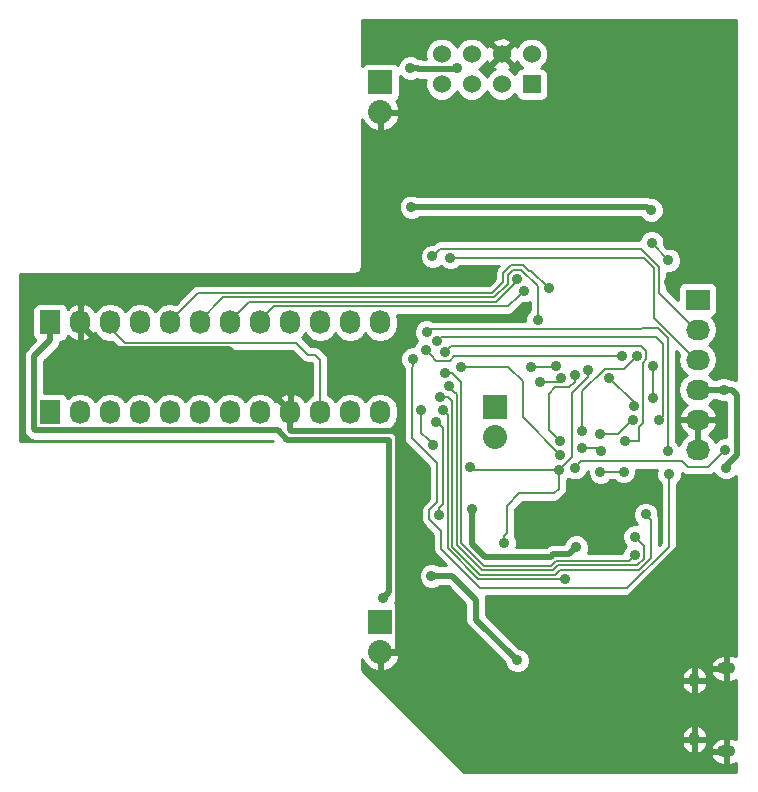
<source format=gbl>
G04 #@! TF.FileFunction,Copper,L2,Bot,Signal*
%FSLAX46Y46*%
G04 Gerber Fmt 4.6, Leading zero omitted, Abs format (unit mm)*
G04 Created by KiCad (PCBNEW (2014-12-16 BZR 5324)-product) date Monday, 27 April 2015 11:22:56 am*
%MOMM*%
G01*
G04 APERTURE LIST*
%ADD10C,0.100000*%
%ADD11R,1.727200X2.032000*%
%ADD12O,1.727200X2.032000*%
%ADD13R,2.032000X2.032000*%
%ADD14O,2.032000X2.032000*%
%ADD15R,2.032000X1.727200*%
%ADD16O,2.032000X1.727200*%
%ADD17O,0.950000X1.250000*%
%ADD18O,1.550000X1.000000*%
%ADD19R,1.524000X1.524000*%
%ADD20C,1.524000*%
%ADD21C,0.889000*%
%ADD22C,0.500000*%
%ADD23C,0.127000*%
%ADD24C,0.254000*%
G04 APERTURE END LIST*
D10*
D11*
X81280000Y-81280000D03*
D12*
X83820000Y-81280000D03*
X86360000Y-81280000D03*
X88900000Y-81280000D03*
X91440000Y-81280000D03*
X93980000Y-81280000D03*
X96520000Y-81280000D03*
X99060000Y-81280000D03*
X101600000Y-81280000D03*
X104140000Y-81280000D03*
X106680000Y-81280000D03*
X109220000Y-81280000D03*
D13*
X118922800Y-88442800D03*
D14*
X118922800Y-90982800D03*
D15*
X136093200Y-79349600D03*
D16*
X136093200Y-81889600D03*
X136093200Y-84429600D03*
X136093200Y-86969600D03*
X136093200Y-89509600D03*
X136093200Y-92049600D03*
D11*
X81280000Y-88900000D03*
D12*
X83820000Y-88900000D03*
X86360000Y-88900000D03*
X88900000Y-88900000D03*
X91440000Y-88900000D03*
X93980000Y-88900000D03*
X96520000Y-88900000D03*
X99060000Y-88900000D03*
X101600000Y-88900000D03*
X104140000Y-88900000D03*
X106680000Y-88900000D03*
X109220000Y-88900000D03*
D13*
X109220000Y-60960000D03*
D14*
X109220000Y-63500000D03*
D13*
X109220000Y-106680000D03*
D14*
X109220000Y-109220000D03*
D17*
X135826500Y-116579500D03*
X135826500Y-111579500D03*
D18*
X138526500Y-117579500D03*
X138526500Y-110579500D03*
D19*
X122045000Y-61105000D03*
D20*
X119505000Y-61105000D03*
X116965000Y-61105000D03*
X114425000Y-61105000D03*
X122045000Y-58565000D03*
X119505000Y-58565000D03*
X116965000Y-58565000D03*
X114425000Y-58565000D03*
D21*
X137223500Y-96291400D03*
X137223500Y-96291400D03*
X137985500Y-70345300D03*
X133642100Y-77876400D03*
X119862334Y-70364000D03*
X120954800Y-97332800D03*
X120954800Y-99009200D03*
X120954800Y-99009200D03*
X128066800Y-104851200D03*
X120954800Y-104800400D03*
X120954800Y-104800400D03*
X137490528Y-76072672D03*
X133629400Y-76022200D03*
X132207000Y-74574400D03*
X132207000Y-74574400D03*
X132207000Y-74574400D03*
X116855240Y-93487240D03*
X116855240Y-93487240D03*
X126796800Y-85293200D03*
X124358400Y-93776800D03*
X119710200Y-99957710D03*
X115750000Y-59750000D03*
X111750000Y-59750000D03*
X114512267Y-88715876D03*
X124841000Y-103022380D03*
X120807829Y-77571620D03*
X122732820Y-86353202D03*
X124563988Y-86023397D03*
X128600200Y-85958680D03*
X128600200Y-85958680D03*
X130698240Y-88376760D03*
X113093500Y-83629500D03*
X129667000Y-84137500D03*
X121411980Y-78587620D03*
X123494800Y-78384400D03*
X125679200Y-85699600D03*
X124409200Y-91338400D03*
X122580400Y-81076800D03*
X121970800Y-85090000D03*
X124131050Y-84965550D03*
X131699000Y-97536000D03*
X114314270Y-87590144D03*
X130810000Y-99441000D03*
X115033585Y-86701852D03*
X130810000Y-100965000D03*
X114709180Y-85605842D03*
X112014000Y-84378800D03*
X133654800Y-94132400D03*
X133553190Y-92176600D03*
X113151141Y-82105479D03*
X132791180Y-89573100D03*
X114070082Y-82836224D03*
X129950208Y-91351100D03*
X114748023Y-83756480D03*
X138496040Y-93568520D03*
X138496040Y-93568520D03*
X138496040Y-93568520D03*
X138496040Y-93568520D03*
X132156200Y-71780400D03*
X111861600Y-71533494D03*
X116967000Y-97104200D03*
X125806200Y-100304600D03*
X138287698Y-86969600D03*
X132344160Y-84968080D03*
X132349240Y-87685880D03*
X130596640Y-89555320D03*
X130596640Y-89555320D03*
X127807720Y-90744040D03*
X109448600Y-104648000D03*
X113563400Y-102743000D03*
X120827800Y-109905800D03*
X130937000Y-84112100D03*
X130937000Y-84112100D03*
X130937000Y-84112100D03*
X130937000Y-84112100D03*
X130937000Y-84112100D03*
X126326900Y-90512900D03*
X126326900Y-90512900D03*
X126326900Y-90512900D03*
X113639600Y-75692000D03*
X138430000Y-92100400D03*
X138430000Y-92100400D03*
X138430000Y-92100400D03*
X125717300Y-93586300D03*
X125717300Y-93586300D03*
X125717300Y-93586300D03*
X125717300Y-93586300D03*
X115155643Y-75785645D03*
X129834640Y-93919040D03*
X129834640Y-93919040D03*
X127868680Y-93939360D03*
X127904240Y-92207080D03*
X116062760Y-85018880D03*
X116062760Y-85018880D03*
X124449840Y-92506800D03*
X126309120Y-91897200D03*
X113966233Y-89720029D03*
X114172950Y-97623108D03*
X113728449Y-91625060D03*
X112707281Y-88727404D03*
D22*
X130009900Y-104851200D02*
X137223500Y-97637600D01*
X137223500Y-97637600D02*
X137223500Y-96291400D01*
X128066800Y-104851200D02*
X130009900Y-104851200D01*
X137134600Y-76428600D02*
X137985500Y-75577700D01*
X137985500Y-75577700D02*
X137985500Y-70345300D01*
X135089900Y-76428600D02*
X137134600Y-76428600D01*
X133642100Y-77876400D02*
X135089900Y-76428600D01*
X119888000Y-70338334D02*
X119862334Y-70364000D01*
X136093200Y-92049600D02*
X136093200Y-89509600D01*
X120954800Y-97332800D02*
X120954800Y-99009200D01*
X128016000Y-104800400D02*
X120954800Y-104800400D01*
X128066800Y-104851200D02*
X128016000Y-104800400D01*
X101600000Y-90416000D02*
X101633400Y-90449400D01*
X101600000Y-88900000D02*
X101600000Y-90416000D01*
X101633400Y-90449400D02*
X110337600Y-90449400D01*
X110656840Y-109220000D02*
X109220000Y-109220000D01*
X110740001Y-90851801D02*
X110740001Y-109136839D01*
X110740001Y-109136839D02*
X110656840Y-109220000D01*
X110337600Y-90449400D02*
X110740001Y-90851801D01*
X101600000Y-88747600D02*
X101600000Y-88900000D01*
X96422030Y-83569630D02*
X101600000Y-88747600D01*
X85957230Y-83569630D02*
X96422030Y-83569630D01*
X83820000Y-81432400D02*
X85957230Y-83569630D01*
X83820000Y-81280000D02*
X83820000Y-81432400D01*
D23*
X132207000Y-74599800D02*
X132207000Y-74574400D01*
X133629400Y-76022200D02*
X132207000Y-74599800D01*
X103718360Y-84013040D02*
X104140000Y-84434680D01*
X104140000Y-84434680D02*
X104140000Y-88900000D01*
X103078280Y-84013040D02*
X103718360Y-84013040D01*
X102067360Y-83002120D02*
X103078280Y-84013040D01*
X87609680Y-83002120D02*
X102067360Y-83002120D01*
X86360000Y-81752440D02*
X87609680Y-83002120D01*
X86360000Y-81280000D02*
X86360000Y-81752440D01*
X116855240Y-93487240D02*
X117144800Y-93776800D01*
X117144800Y-93776800D02*
X124358400Y-93776800D01*
X126796800Y-85921817D02*
X125476000Y-87242617D01*
X126796800Y-85293200D02*
X126796800Y-85921817D01*
X125476000Y-92659200D02*
X124358400Y-93776800D01*
X125476000Y-87242617D02*
X125476000Y-92659200D01*
X119938800Y-96824800D02*
X121005600Y-95758000D01*
X121005600Y-95758000D02*
X123952000Y-95758000D01*
X124358400Y-95351600D02*
X124358400Y-93776800D01*
X123952000Y-95758000D02*
X124358400Y-95351600D01*
X119938800Y-99100493D02*
X119938800Y-99031425D01*
X119710200Y-99329093D02*
X119938800Y-99100493D01*
X119710200Y-99957710D02*
X119710200Y-99329093D01*
X119938800Y-99031425D02*
X119938800Y-99120962D01*
X119938800Y-96824800D02*
X119938800Y-99031425D01*
D22*
X111750000Y-59750000D02*
X112378617Y-59750000D01*
X112378617Y-59750000D02*
X112459618Y-59831001D01*
X112459618Y-59831001D02*
X115668999Y-59831001D01*
X115668999Y-59831001D02*
X115750000Y-59750000D01*
D23*
X114512267Y-88715876D02*
X114934970Y-89138579D01*
X114934970Y-89138579D02*
X114934970Y-100422457D01*
X114934970Y-100422457D02*
X117534893Y-103022380D01*
X117534893Y-103022380D02*
X124212383Y-103022380D01*
X124212383Y-103022380D02*
X124841000Y-103022380D01*
X120807829Y-77780230D02*
X120807829Y-77571620D01*
X98094781Y-79552819D02*
X119035240Y-79552819D01*
X96520000Y-81280000D02*
X96520000Y-81127600D01*
X119035240Y-79552819D02*
X120807829Y-77780230D01*
X96520000Y-81127600D02*
X98094781Y-79552819D01*
X124234183Y-86353202D02*
X124563988Y-86023397D01*
X122732820Y-86353202D02*
X124234183Y-86353202D01*
X128600200Y-85958680D02*
X130698240Y-88056720D01*
X130698240Y-88056720D02*
X130698240Y-88376760D01*
X113093500Y-83629500D02*
X113537999Y-84073999D01*
X113982481Y-84518481D02*
X115113784Y-84518481D01*
X113537999Y-84073999D02*
X113982481Y-84518481D01*
X115113784Y-84518481D02*
X115494765Y-84137500D01*
X115494765Y-84137500D02*
X129667000Y-84137500D01*
X121411980Y-78359020D02*
X121411980Y-78587620D01*
X121412000Y-78359000D02*
X121411980Y-78359020D01*
X99060000Y-81280000D02*
X99060000Y-81127600D01*
X100253770Y-79933830D02*
X120065770Y-79933830D01*
X99060000Y-81127600D02*
X100253770Y-79933830D01*
X120967481Y-79032119D02*
X121411980Y-78587620D01*
X120065770Y-79933830D02*
X120967481Y-79032119D01*
X91440000Y-81127600D02*
X93776800Y-78790800D01*
X91440000Y-81280000D02*
X91440000Y-81127600D01*
X93776800Y-78790800D02*
X118719600Y-78790800D01*
X119634000Y-77876400D02*
X119634000Y-77114400D01*
X118719600Y-78790800D02*
X119634000Y-77876400D01*
X120319791Y-76428609D02*
X121331409Y-76428609D01*
X119634000Y-77114400D02*
X120319791Y-76428609D01*
X121331409Y-76428609D02*
X121813999Y-76911200D01*
X122021600Y-76911200D02*
X123494800Y-78384400D01*
X121813999Y-76911200D02*
X122021600Y-76911200D01*
X125679200Y-86328217D02*
X125222000Y-86785417D01*
X125679200Y-85699600D02*
X125679200Y-86328217D01*
X125222000Y-86785417D02*
X124034583Y-86785417D01*
X124034583Y-86785417D02*
X123494800Y-87325200D01*
X123494800Y-87325200D02*
X123494800Y-90424000D01*
X123494800Y-90424000D02*
X124409200Y-91338400D01*
X122580400Y-80448183D02*
X122580400Y-81076800D01*
X122580400Y-78216429D02*
X122580400Y-80448183D01*
X120015010Y-78034219D02*
X120015010Y-77272219D01*
X121173590Y-76809619D02*
X122580400Y-78216429D01*
X93980000Y-81280000D02*
X93980000Y-81127600D01*
X118877419Y-79171810D02*
X120015010Y-78034219D01*
X93980000Y-81127600D02*
X95935790Y-79171810D01*
X120015010Y-77272219D02*
X120477610Y-76809619D01*
X95935790Y-79171810D02*
X118877419Y-79171810D01*
X120477610Y-76809619D02*
X121173590Y-76809619D01*
X124006600Y-85090000D02*
X124131050Y-84965550D01*
X121970800Y-85090000D02*
X124006600Y-85090000D01*
X132143499Y-97980499D02*
X131699000Y-97536000D01*
X131160152Y-102235020D02*
X132143499Y-101251673D01*
X124028230Y-102641370D02*
X124434580Y-102235020D01*
X117692711Y-102641370D02*
X124028230Y-102641370D01*
X115315980Y-100264638D02*
X117692711Y-102641370D01*
X115315980Y-87963237D02*
X115315980Y-100264638D01*
X124434580Y-102235020D02*
X131160152Y-102235020D01*
X114942887Y-87590144D02*
X115315980Y-87963237D01*
X132143499Y-101251673D02*
X132143499Y-97980499D01*
X114314270Y-87590144D02*
X114942887Y-87590144D01*
X115478084Y-87146351D02*
X115033585Y-86701852D01*
X115696990Y-87365257D02*
X115478084Y-87146351D01*
X115696990Y-100106819D02*
X115696990Y-87365257D01*
X117850531Y-102260360D02*
X115696990Y-100106819D01*
X123870411Y-102260360D02*
X117850531Y-102260360D01*
X124276761Y-101854010D02*
X123870411Y-102260360D01*
X131002334Y-101854010D02*
X124276761Y-101854010D01*
X131572001Y-101284343D02*
X131002334Y-101854010D01*
X131572001Y-100203001D02*
X131572001Y-101284343D01*
X130810000Y-99441000D02*
X131572001Y-100203001D01*
X130302000Y-101473000D02*
X130810000Y-100965000D01*
X124492563Y-101473000D02*
X130302000Y-101473000D01*
X124492561Y-101473002D02*
X124492563Y-101473000D01*
X124118941Y-101473002D02*
X124492561Y-101473002D01*
X123712593Y-101879350D02*
X124118941Y-101473002D01*
X118008349Y-101879350D02*
X123712593Y-101879350D01*
X116078000Y-99949000D02*
X118008349Y-101879350D01*
X116078000Y-86366383D02*
X116078000Y-99949000D01*
X115317459Y-85605842D02*
X116078000Y-86366383D01*
X114709180Y-85605842D02*
X115317459Y-85605842D01*
X112014000Y-85007417D02*
X111912400Y-85109017D01*
X112014000Y-84378800D02*
X112014000Y-85007417D01*
X111912400Y-85109017D02*
X111912400Y-91084400D01*
X111912400Y-91084400D02*
X114046000Y-93218000D01*
X114046000Y-93218000D02*
X114046000Y-96520000D01*
X114046000Y-96520000D02*
X113385600Y-97180400D01*
X113385600Y-97180400D02*
X113385600Y-97942400D01*
X113385600Y-97942400D02*
X114401600Y-98958400D01*
X114401600Y-98958400D02*
X114401600Y-100482400D01*
X114401600Y-100482400D02*
X117703600Y-103784400D01*
X117703600Y-103784400D02*
X130149600Y-103784400D01*
X133654800Y-100279200D02*
X133654800Y-94132400D01*
X130149600Y-103784400D02*
X133654800Y-100279200D01*
X132760365Y-81787993D02*
X133553190Y-82580818D01*
X133553190Y-82580818D02*
X133553190Y-92176600D01*
X131251033Y-81851488D02*
X113405132Y-81851488D01*
X131317790Y-81851488D02*
X131251033Y-81851488D01*
X131251033Y-81851488D02*
X131336869Y-81851488D01*
X131336869Y-81851488D02*
X131400364Y-81787993D01*
X131400364Y-81787993D02*
X132760365Y-81787993D01*
X113405132Y-81851488D02*
X113151141Y-82105479D01*
X133172180Y-83146880D02*
X133172180Y-89192100D01*
X133172180Y-89192100D02*
X132791180Y-89573100D01*
X131766125Y-82549994D02*
X132575294Y-82549994D01*
X132575294Y-82549994D02*
X133172180Y-83146880D01*
X131766125Y-82549994D02*
X114356312Y-82549994D01*
X114356312Y-82549994D02*
X114070082Y-82836224D01*
X131102100Y-90134418D02*
X131473805Y-89762713D01*
X114748023Y-83756480D02*
X115256002Y-83248501D01*
X131467043Y-84686957D02*
X131467043Y-89755951D01*
X115256002Y-83248501D02*
X131318001Y-83248501D01*
X131467043Y-89755951D02*
X131473805Y-89762713D01*
X131318001Y-83248501D02*
X131762500Y-83693000D01*
X131762500Y-83693000D02*
X131762500Y-84391500D01*
X131762500Y-84391500D02*
X131467043Y-84686957D01*
X131102100Y-91351100D02*
X131102100Y-90134418D01*
X129950208Y-91351100D02*
X131102100Y-91351100D01*
D22*
X132156200Y-71780400D02*
X131851400Y-71475600D01*
X111919494Y-71475600D02*
X111861600Y-71533494D01*
X131851400Y-71475600D02*
X111919494Y-71475600D01*
X125205310Y-100905490D02*
X125806200Y-100304600D01*
X123883873Y-100905490D02*
X125205310Y-100905490D01*
X123646563Y-101142800D02*
X123883873Y-100905490D01*
X118074380Y-101142800D02*
X123646563Y-101142800D01*
X116967000Y-100035420D02*
X118074380Y-101142800D01*
X116967000Y-97104200D02*
X116967000Y-100035420D01*
X138496040Y-93416120D02*
X138496040Y-93568520D01*
X139410440Y-92501720D02*
X138496040Y-93416120D01*
X139410440Y-87391240D02*
X139410440Y-92501720D01*
X138988800Y-86969600D02*
X139410440Y-87391240D01*
X138287698Y-86969600D02*
X138988800Y-86969600D01*
X136093200Y-86969600D02*
X138287698Y-86969600D01*
D23*
X132349240Y-87685880D02*
X132349240Y-84973160D01*
X132349240Y-84973160D02*
X132344160Y-84968080D01*
X129387600Y-90744040D02*
X130576320Y-89555320D01*
X130576320Y-89555320D02*
X130596640Y-89555320D01*
X129133600Y-90744040D02*
X129387600Y-90744040D01*
X127807720Y-90744040D02*
X129133600Y-90744040D01*
D22*
X79912399Y-90319201D02*
X80013199Y-90420001D01*
X79912399Y-84163601D02*
X79912399Y-90319201D01*
X81280000Y-82796000D02*
X79912399Y-84163601D01*
X81280000Y-81280000D02*
X81280000Y-82796000D01*
X100537670Y-90420001D02*
X101321079Y-91203410D01*
X80013199Y-90420001D02*
X100537670Y-90420001D01*
X109974010Y-91203410D02*
X109985991Y-91215391D01*
X101321079Y-91203410D02*
X109974010Y-91203410D01*
X109985991Y-104110609D02*
X109448600Y-104648000D01*
X109985991Y-91215391D02*
X109985991Y-104110609D01*
X113563400Y-102743000D02*
X115316000Y-102743000D01*
X115316000Y-102743000D02*
X117322600Y-104749600D01*
X117322600Y-104749600D02*
X117322600Y-106451400D01*
X120777000Y-109905800D02*
X120827800Y-109905800D01*
X117322600Y-106451400D02*
X120777000Y-109905800D01*
D23*
X128244600Y-85191600D02*
X129857500Y-85191600D01*
X129857500Y-85191600D02*
X130937000Y-84112100D01*
X126326900Y-87109300D02*
X128244600Y-85191600D01*
X126326900Y-90512900D02*
X126326900Y-87109300D01*
X114307956Y-75023644D02*
X114084099Y-75247501D01*
X135940800Y-81889600D02*
X132816610Y-78765410D01*
X114084099Y-75247501D02*
X113639600Y-75692000D01*
X136093200Y-81889600D02*
X135940800Y-81889600D01*
X132816610Y-78765410D02*
X132816610Y-76550181D01*
X132816610Y-76550181D02*
X131290073Y-75023644D01*
X131290073Y-75023644D02*
X114307956Y-75023644D01*
X135267700Y-93535500D02*
X136994900Y-93535500D01*
X136994900Y-93535500D02*
X138430000Y-92100400D01*
X134772400Y-93040200D02*
X135267700Y-93535500D01*
X126263400Y-93040200D02*
X134772400Y-93040200D01*
X125717300Y-93586300D02*
X126263400Y-93040200D01*
X136093200Y-84429600D02*
X135940800Y-84429600D01*
X135940800Y-84429600D02*
X132435600Y-80924400D01*
X132435600Y-80924400D02*
X132435600Y-76708000D01*
X132435600Y-76708000D02*
X131513245Y-75785645D01*
X131513245Y-75785645D02*
X115155643Y-75785645D01*
X127868680Y-93939360D02*
X129814320Y-93939360D01*
X129814320Y-93939360D02*
X129834640Y-93919040D01*
X126309120Y-91897200D02*
X127594360Y-91897200D01*
X127594360Y-91897200D02*
X127904240Y-92207080D01*
X121274840Y-86263480D02*
X120030240Y-85018880D01*
X120030240Y-85018880D02*
X116062760Y-85018880D01*
X121274840Y-89331800D02*
X121274840Y-86263480D01*
X124449840Y-92506800D02*
X121274840Y-89331800D01*
X114410732Y-90164528D02*
X113966233Y-89720029D01*
X114500141Y-90253937D02*
X114410732Y-90164528D01*
X114500141Y-96667300D02*
X114500141Y-90253937D01*
X114172950Y-97623108D02*
X114172950Y-96994491D01*
X114172950Y-96994491D02*
X114500141Y-96667300D01*
X112707281Y-90603892D02*
X113283950Y-91180561D01*
X113283950Y-91180561D02*
X113728449Y-91625060D01*
X112707281Y-88727404D02*
X112707281Y-90603892D01*
D24*
G36*
X132956300Y-99989872D02*
X132841999Y-100104173D01*
X132841999Y-97980499D01*
X132788829Y-97713195D01*
X132778360Y-97697527D01*
X132778687Y-97322216D01*
X132614689Y-96925311D01*
X132311286Y-96621378D01*
X131914668Y-96456687D01*
X131485216Y-96456313D01*
X131088311Y-96620311D01*
X130784378Y-96923714D01*
X130619687Y-97320332D01*
X130619313Y-97749784D01*
X130783311Y-98146689D01*
X130997909Y-98361662D01*
X130596216Y-98361313D01*
X130199311Y-98525311D01*
X129895378Y-98828714D01*
X129730687Y-99225332D01*
X129730313Y-99654784D01*
X129894311Y-100051689D01*
X130045355Y-100202997D01*
X129895378Y-100352714D01*
X129730687Y-100749332D01*
X129730665Y-100774500D01*
X126779946Y-100774500D01*
X126885513Y-100520268D01*
X126885887Y-100090816D01*
X126721889Y-99693911D01*
X126418486Y-99389978D01*
X126021868Y-99225287D01*
X125592416Y-99224913D01*
X125195511Y-99388911D01*
X124891578Y-99692314D01*
X124755306Y-100020490D01*
X123883878Y-100020490D01*
X123883873Y-100020489D01*
X123601388Y-100076679D01*
X123545198Y-100087857D01*
X123290858Y-100257800D01*
X120754457Y-100257800D01*
X120789513Y-100173378D01*
X120789887Y-99743926D01*
X120625889Y-99347021D01*
X120597909Y-99318992D01*
X120637300Y-99120962D01*
X120637300Y-99100493D01*
X120637300Y-99031425D01*
X120637300Y-97114128D01*
X121294928Y-96456500D01*
X123952000Y-96456500D01*
X124219304Y-96403330D01*
X124219305Y-96403330D01*
X124445914Y-96251914D01*
X124852314Y-95845514D01*
X125003729Y-95618905D01*
X125003730Y-95618904D01*
X125056900Y-95351600D01*
X125056900Y-94604831D01*
X125144546Y-94517337D01*
X125501632Y-94665613D01*
X125931084Y-94665987D01*
X126327989Y-94501989D01*
X126631922Y-94198586D01*
X126789283Y-93819619D01*
X126788993Y-94153144D01*
X126952991Y-94550049D01*
X127256394Y-94853982D01*
X127653012Y-95018673D01*
X128082464Y-95019047D01*
X128479369Y-94855049D01*
X128696937Y-94637860D01*
X129026893Y-94637860D01*
X129222354Y-94833662D01*
X129618972Y-94998353D01*
X130048424Y-94998727D01*
X130445329Y-94834729D01*
X130749262Y-94531326D01*
X130913953Y-94134708D01*
X130914297Y-93738700D01*
X132649412Y-93738700D01*
X132575487Y-93916732D01*
X132575113Y-94346184D01*
X132739111Y-94743089D01*
X132956300Y-94960657D01*
X132956300Y-99989872D01*
X132956300Y-99989872D01*
G37*
X132956300Y-99989872D02*
X132841999Y-100104173D01*
X132841999Y-97980499D01*
X132788829Y-97713195D01*
X132778360Y-97697527D01*
X132778687Y-97322216D01*
X132614689Y-96925311D01*
X132311286Y-96621378D01*
X131914668Y-96456687D01*
X131485216Y-96456313D01*
X131088311Y-96620311D01*
X130784378Y-96923714D01*
X130619687Y-97320332D01*
X130619313Y-97749784D01*
X130783311Y-98146689D01*
X130997909Y-98361662D01*
X130596216Y-98361313D01*
X130199311Y-98525311D01*
X129895378Y-98828714D01*
X129730687Y-99225332D01*
X129730313Y-99654784D01*
X129894311Y-100051689D01*
X130045355Y-100202997D01*
X129895378Y-100352714D01*
X129730687Y-100749332D01*
X129730665Y-100774500D01*
X126779946Y-100774500D01*
X126885513Y-100520268D01*
X126885887Y-100090816D01*
X126721889Y-99693911D01*
X126418486Y-99389978D01*
X126021868Y-99225287D01*
X125592416Y-99224913D01*
X125195511Y-99388911D01*
X124891578Y-99692314D01*
X124755306Y-100020490D01*
X123883878Y-100020490D01*
X123883873Y-100020489D01*
X123601388Y-100076679D01*
X123545198Y-100087857D01*
X123290858Y-100257800D01*
X120754457Y-100257800D01*
X120789513Y-100173378D01*
X120789887Y-99743926D01*
X120625889Y-99347021D01*
X120597909Y-99318992D01*
X120637300Y-99120962D01*
X120637300Y-99100493D01*
X120637300Y-99031425D01*
X120637300Y-97114128D01*
X121294928Y-96456500D01*
X123952000Y-96456500D01*
X124219304Y-96403330D01*
X124219305Y-96403330D01*
X124445914Y-96251914D01*
X124852314Y-95845514D01*
X125003729Y-95618905D01*
X125003730Y-95618904D01*
X125056900Y-95351600D01*
X125056900Y-94604831D01*
X125144546Y-94517337D01*
X125501632Y-94665613D01*
X125931084Y-94665987D01*
X126327989Y-94501989D01*
X126631922Y-94198586D01*
X126789283Y-93819619D01*
X126788993Y-94153144D01*
X126952991Y-94550049D01*
X127256394Y-94853982D01*
X127653012Y-95018673D01*
X128082464Y-95019047D01*
X128479369Y-94855049D01*
X128696937Y-94637860D01*
X129026893Y-94637860D01*
X129222354Y-94833662D01*
X129618972Y-94998353D01*
X130048424Y-94998727D01*
X130445329Y-94834729D01*
X130749262Y-94531326D01*
X130913953Y-94134708D01*
X130914297Y-93738700D01*
X132649412Y-93738700D01*
X132575487Y-93916732D01*
X132575113Y-94346184D01*
X132739111Y-94743089D01*
X132956300Y-94960657D01*
X132956300Y-99989872D01*
G36*
X138525440Y-91020982D02*
X138216216Y-91020713D01*
X137819311Y-91184711D01*
X137577908Y-91425692D01*
X137443932Y-91147564D01*
X137032091Y-90779600D01*
X137443932Y-90411636D01*
X137697909Y-89884391D01*
X137700558Y-89868626D01*
X137579417Y-89636600D01*
X136220200Y-89636600D01*
X136220200Y-90708676D01*
X136220200Y-90850524D01*
X136220200Y-91922600D01*
X136240200Y-91922600D01*
X136240200Y-92176600D01*
X136220200Y-92176600D01*
X136220200Y-92196600D01*
X135966200Y-92196600D01*
X135966200Y-92176600D01*
X135946200Y-92176600D01*
X135946200Y-91922600D01*
X135966200Y-91922600D01*
X135966200Y-90850524D01*
X135966200Y-90708676D01*
X135966200Y-89636600D01*
X134606983Y-89636600D01*
X134485842Y-89868626D01*
X134488491Y-89884391D01*
X134742468Y-90411636D01*
X135154308Y-90779600D01*
X134742468Y-91147564D01*
X134502154Y-91646443D01*
X134468879Y-91565911D01*
X134251690Y-91348342D01*
X134251690Y-83728318D01*
X134499963Y-83976591D01*
X134409855Y-84429600D01*
X134523929Y-85003089D01*
X134848785Y-85489270D01*
X135163565Y-85699600D01*
X134848785Y-85909930D01*
X134523929Y-86396111D01*
X134409855Y-86969600D01*
X134523929Y-87543089D01*
X134848785Y-88029270D01*
X135158269Y-88236060D01*
X134742468Y-88607564D01*
X134488491Y-89134809D01*
X134485842Y-89150574D01*
X134606983Y-89382600D01*
X135966200Y-89382600D01*
X135966200Y-89362600D01*
X136220200Y-89362600D01*
X136220200Y-89382600D01*
X137579417Y-89382600D01*
X137700558Y-89150574D01*
X137697909Y-89134809D01*
X137443932Y-88607564D01*
X137028130Y-88236060D01*
X137337615Y-88029270D01*
X137454325Y-87854600D01*
X137645841Y-87854600D01*
X137675412Y-87884222D01*
X138072030Y-88048913D01*
X138501482Y-88049287D01*
X138525440Y-88039387D01*
X138525440Y-91020982D01*
X138525440Y-91020982D01*
G37*
X138525440Y-91020982D02*
X138216216Y-91020713D01*
X137819311Y-91184711D01*
X137577908Y-91425692D01*
X137443932Y-91147564D01*
X137032091Y-90779600D01*
X137443932Y-90411636D01*
X137697909Y-89884391D01*
X137700558Y-89868626D01*
X137579417Y-89636600D01*
X136220200Y-89636600D01*
X136220200Y-90708676D01*
X136220200Y-90850524D01*
X136220200Y-91922600D01*
X136240200Y-91922600D01*
X136240200Y-92176600D01*
X136220200Y-92176600D01*
X136220200Y-92196600D01*
X135966200Y-92196600D01*
X135966200Y-92176600D01*
X135946200Y-92176600D01*
X135946200Y-91922600D01*
X135966200Y-91922600D01*
X135966200Y-90850524D01*
X135966200Y-90708676D01*
X135966200Y-89636600D01*
X134606983Y-89636600D01*
X134485842Y-89868626D01*
X134488491Y-89884391D01*
X134742468Y-90411636D01*
X135154308Y-90779600D01*
X134742468Y-91147564D01*
X134502154Y-91646443D01*
X134468879Y-91565911D01*
X134251690Y-91348342D01*
X134251690Y-83728318D01*
X134499963Y-83976591D01*
X134409855Y-84429600D01*
X134523929Y-85003089D01*
X134848785Y-85489270D01*
X135163565Y-85699600D01*
X134848785Y-85909930D01*
X134523929Y-86396111D01*
X134409855Y-86969600D01*
X134523929Y-87543089D01*
X134848785Y-88029270D01*
X135158269Y-88236060D01*
X134742468Y-88607564D01*
X134488491Y-89134809D01*
X134485842Y-89150574D01*
X134606983Y-89382600D01*
X135966200Y-89382600D01*
X135966200Y-89362600D01*
X136220200Y-89362600D01*
X136220200Y-89382600D01*
X137579417Y-89382600D01*
X137700558Y-89150574D01*
X137697909Y-89134809D01*
X137443932Y-88607564D01*
X137028130Y-88236060D01*
X137337615Y-88029270D01*
X137454325Y-87854600D01*
X137645841Y-87854600D01*
X137675412Y-87884222D01*
X138072030Y-88048913D01*
X138501482Y-88049287D01*
X138525440Y-88039387D01*
X138525440Y-91020982D01*
G36*
X139315000Y-86149485D02*
X139271284Y-86140789D01*
X138988800Y-86084599D01*
X138988794Y-86084600D01*
X138929554Y-86084600D01*
X138899984Y-86054978D01*
X138503366Y-85890287D01*
X138073914Y-85889913D01*
X137677009Y-86053911D01*
X137646266Y-86084600D01*
X137454325Y-86084600D01*
X137337615Y-85909930D01*
X137022834Y-85699600D01*
X137337615Y-85489270D01*
X137662471Y-85003089D01*
X137776545Y-84429600D01*
X137662471Y-83856111D01*
X137337615Y-83369930D01*
X137022834Y-83159600D01*
X137337615Y-82949270D01*
X137662471Y-82463089D01*
X137776545Y-81889600D01*
X137662471Y-81316111D01*
X137337615Y-80829930D01*
X137321832Y-80819384D01*
X137351323Y-80813663D01*
X137564127Y-80673873D01*
X137706577Y-80462840D01*
X137756640Y-80213200D01*
X137756640Y-78486000D01*
X137709663Y-78243877D01*
X137569873Y-78031073D01*
X137358840Y-77888623D01*
X137109200Y-77838560D01*
X135077200Y-77838560D01*
X134835077Y-77885537D01*
X134622273Y-78025327D01*
X134479823Y-78236360D01*
X134429760Y-78486000D01*
X134429760Y-79390732D01*
X133515110Y-78476082D01*
X133515110Y-77101601D01*
X133843184Y-77101887D01*
X134240089Y-76937889D01*
X134544022Y-76634486D01*
X134708713Y-76237868D01*
X134709087Y-75808416D01*
X134545089Y-75411511D01*
X134241686Y-75107578D01*
X133845068Y-74942887D01*
X133537647Y-74942619D01*
X133286398Y-74691370D01*
X133286687Y-74360616D01*
X133235887Y-74237670D01*
X133235887Y-71566616D01*
X133071889Y-71169711D01*
X132768486Y-70865778D01*
X132371868Y-70701087D01*
X132254455Y-70700984D01*
X132190075Y-70657967D01*
X132133884Y-70646789D01*
X131851400Y-70590599D01*
X131851394Y-70590600D01*
X112405799Y-70590600D01*
X112077268Y-70454181D01*
X111647816Y-70453807D01*
X111250911Y-70617805D01*
X110946978Y-70921208D01*
X110825975Y-71212614D01*
X110825975Y-63882944D01*
X110706836Y-63627000D01*
X109347000Y-63627000D01*
X109347000Y-64987367D01*
X109602946Y-65105983D01*
X110188379Y-64837188D01*
X110626385Y-64364818D01*
X110825975Y-63882944D01*
X110825975Y-71212614D01*
X110782287Y-71317826D01*
X110781913Y-71747278D01*
X110945911Y-72144183D01*
X111249314Y-72448116D01*
X111645932Y-72612807D01*
X112075384Y-72613181D01*
X112472289Y-72449183D01*
X112561026Y-72360600D01*
X131227913Y-72360600D01*
X131240511Y-72391089D01*
X131543914Y-72695022D01*
X131940532Y-72859713D01*
X132369984Y-72860087D01*
X132766889Y-72696089D01*
X133070822Y-72392686D01*
X133235513Y-71996068D01*
X133235887Y-71566616D01*
X133235887Y-74237670D01*
X133122689Y-73963711D01*
X132819286Y-73659778D01*
X132422668Y-73495087D01*
X131993216Y-73494713D01*
X131596311Y-73658711D01*
X131292378Y-73962114D01*
X131141634Y-74325144D01*
X114307956Y-74325144D01*
X114040652Y-74378314D01*
X113814042Y-74529730D01*
X113731193Y-74612578D01*
X113425816Y-74612313D01*
X113028911Y-74776311D01*
X112724978Y-75079714D01*
X112560287Y-75476332D01*
X112559913Y-75905784D01*
X112723911Y-76302689D01*
X113027314Y-76606622D01*
X113423932Y-76771313D01*
X113853384Y-76771687D01*
X114250289Y-76607689D01*
X114350789Y-76507363D01*
X114543357Y-76700267D01*
X114939975Y-76864958D01*
X115369427Y-76865332D01*
X115766332Y-76701334D01*
X115983900Y-76484145D01*
X119276427Y-76484145D01*
X119140086Y-76620486D01*
X118988670Y-76847095D01*
X118935500Y-77114400D01*
X118935500Y-77587072D01*
X118430272Y-78092300D01*
X93776800Y-78092300D01*
X93509495Y-78145470D01*
X93282886Y-78296886D01*
X91893008Y-79686763D01*
X91440000Y-79596655D01*
X90866511Y-79710729D01*
X90380330Y-80035585D01*
X90170000Y-80350365D01*
X89959670Y-80035585D01*
X89473489Y-79710729D01*
X88900000Y-79596655D01*
X88326511Y-79710729D01*
X87840330Y-80035585D01*
X87630000Y-80350365D01*
X87419670Y-80035585D01*
X86933489Y-79710729D01*
X86360000Y-79596655D01*
X85786511Y-79710729D01*
X85300330Y-80035585D01*
X85093539Y-80345069D01*
X84722036Y-79929268D01*
X84194791Y-79675291D01*
X84179026Y-79672642D01*
X83947000Y-79793783D01*
X83947000Y-81153000D01*
X83967000Y-81153000D01*
X83967000Y-81407000D01*
X83947000Y-81407000D01*
X83947000Y-82766217D01*
X84179026Y-82887358D01*
X84194791Y-82884709D01*
X84722036Y-82630732D01*
X85093539Y-82214930D01*
X85300330Y-82524415D01*
X85786511Y-82849271D01*
X86360000Y-82963345D01*
X86546066Y-82926334D01*
X87115766Y-83496034D01*
X87342375Y-83647449D01*
X87342376Y-83647450D01*
X87609680Y-83700620D01*
X101778032Y-83700620D01*
X102584366Y-84506954D01*
X102810975Y-84658370D01*
X102810976Y-84658370D01*
X103078280Y-84711540D01*
X103429032Y-84711540D01*
X103441500Y-84724008D01*
X103441500Y-87414258D01*
X103080330Y-87655585D01*
X102873539Y-87965069D01*
X102502036Y-87549268D01*
X101974791Y-87295291D01*
X101959026Y-87292642D01*
X101727000Y-87413783D01*
X101727000Y-88773000D01*
X101747000Y-88773000D01*
X101747000Y-89027000D01*
X101727000Y-89027000D01*
X101727000Y-89047000D01*
X101473000Y-89047000D01*
X101473000Y-89027000D01*
X101453000Y-89027000D01*
X101453000Y-88773000D01*
X101473000Y-88773000D01*
X101473000Y-87413783D01*
X101240974Y-87292642D01*
X101225209Y-87295291D01*
X100697964Y-87549268D01*
X100326460Y-87965069D01*
X100119670Y-87655585D01*
X99633489Y-87330729D01*
X99060000Y-87216655D01*
X98486511Y-87330729D01*
X98000330Y-87655585D01*
X97790000Y-87970365D01*
X97579670Y-87655585D01*
X97093489Y-87330729D01*
X96520000Y-87216655D01*
X95946511Y-87330729D01*
X95460330Y-87655585D01*
X95250000Y-87970365D01*
X95039670Y-87655585D01*
X94553489Y-87330729D01*
X93980000Y-87216655D01*
X93406511Y-87330729D01*
X92920330Y-87655585D01*
X92710000Y-87970365D01*
X92499670Y-87655585D01*
X92013489Y-87330729D01*
X91440000Y-87216655D01*
X90866511Y-87330729D01*
X90380330Y-87655585D01*
X90170000Y-87970365D01*
X89959670Y-87655585D01*
X89473489Y-87330729D01*
X88900000Y-87216655D01*
X88326511Y-87330729D01*
X87840330Y-87655585D01*
X87630000Y-87970365D01*
X87419670Y-87655585D01*
X86933489Y-87330729D01*
X86360000Y-87216655D01*
X85786511Y-87330729D01*
X85300330Y-87655585D01*
X85090000Y-87970365D01*
X84879670Y-87655585D01*
X84393489Y-87330729D01*
X83820000Y-87216655D01*
X83246511Y-87330729D01*
X82760330Y-87655585D01*
X82749784Y-87671367D01*
X82744063Y-87641877D01*
X82604273Y-87429073D01*
X82393240Y-87286623D01*
X82143600Y-87236560D01*
X80797399Y-87236560D01*
X80797399Y-84530180D01*
X81905786Y-83421792D01*
X81905790Y-83421790D01*
X81905790Y-83421789D01*
X82097633Y-83134675D01*
X82097633Y-83134674D01*
X82108810Y-83078484D01*
X82135672Y-82943440D01*
X82143600Y-82943440D01*
X82385723Y-82896463D01*
X82598527Y-82756673D01*
X82740977Y-82545640D01*
X82759483Y-82453354D01*
X82917964Y-82630732D01*
X83445209Y-82884709D01*
X83460974Y-82887358D01*
X83693000Y-82766217D01*
X83693000Y-81407000D01*
X83673000Y-81407000D01*
X83673000Y-81153000D01*
X83693000Y-81153000D01*
X83693000Y-79793783D01*
X83460974Y-79672642D01*
X83445209Y-79675291D01*
X82917964Y-79929268D01*
X82760326Y-80105701D01*
X82744063Y-80021877D01*
X82604273Y-79809073D01*
X82393240Y-79666623D01*
X82143600Y-79616560D01*
X80416400Y-79616560D01*
X80174277Y-79663537D01*
X79961473Y-79803327D01*
X79819023Y-80014360D01*
X79768960Y-80264000D01*
X79768960Y-82296000D01*
X79815937Y-82538123D01*
X79955727Y-82750927D01*
X80026034Y-82798385D01*
X79286609Y-83537811D01*
X79094766Y-83824926D01*
X79083588Y-83881116D01*
X79027398Y-84163601D01*
X79027399Y-84163606D01*
X79027399Y-90319195D01*
X79027398Y-90319201D01*
X79083588Y-90601685D01*
X79094766Y-90657876D01*
X79286609Y-90944991D01*
X79387406Y-91045787D01*
X79387409Y-91045791D01*
X79387410Y-91045791D01*
X79674524Y-91237634D01*
X79674525Y-91237634D01*
X79730714Y-91248811D01*
X80013199Y-91305002D01*
X80013199Y-91305001D01*
X80013204Y-91305001D01*
X100171090Y-91305001D01*
X100181089Y-91315000D01*
X78685000Y-91315000D01*
X78685000Y-77185000D01*
X107000000Y-77185000D01*
X107262138Y-77132857D01*
X107484368Y-76984368D01*
X107632857Y-76762138D01*
X107685000Y-76500000D01*
X107685000Y-64054300D01*
X107813615Y-64364818D01*
X108251621Y-64837188D01*
X108837054Y-65105983D01*
X109093000Y-64987367D01*
X109093000Y-63627000D01*
X109073000Y-63627000D01*
X109073000Y-63373000D01*
X109093000Y-63373000D01*
X109093000Y-63353000D01*
X109347000Y-63353000D01*
X109347000Y-63373000D01*
X110706836Y-63373000D01*
X110825975Y-63117056D01*
X110626385Y-62635182D01*
X110536425Y-62538164D01*
X110690927Y-62436673D01*
X110833377Y-62225640D01*
X110883440Y-61976000D01*
X110883440Y-60409903D01*
X111137714Y-60664622D01*
X111534332Y-60829313D01*
X111963784Y-60829687D01*
X112310641Y-60686368D01*
X112459618Y-60716002D01*
X112459618Y-60716001D01*
X112459623Y-60716001D01*
X113073876Y-60716001D01*
X113028243Y-60825900D01*
X113027758Y-61381661D01*
X113239990Y-61895303D01*
X113632630Y-62288629D01*
X114145900Y-62501757D01*
X114701661Y-62502242D01*
X115215303Y-62290010D01*
X115608629Y-61897370D01*
X115694949Y-61689487D01*
X115779990Y-61895303D01*
X116172630Y-62288629D01*
X116685900Y-62501757D01*
X117241661Y-62502242D01*
X117755303Y-62290010D01*
X118148629Y-61897370D01*
X118234949Y-61689487D01*
X118319990Y-61895303D01*
X118712630Y-62288629D01*
X119225900Y-62501757D01*
X119781661Y-62502242D01*
X120295303Y-62290010D01*
X120649107Y-61936822D01*
X120682537Y-62109123D01*
X120822327Y-62321927D01*
X121033360Y-62464377D01*
X121283000Y-62514440D01*
X122807000Y-62514440D01*
X123049123Y-62467463D01*
X123261927Y-62327673D01*
X123404377Y-62116640D01*
X123454440Y-61867000D01*
X123454440Y-60343000D01*
X123407463Y-60100877D01*
X123267673Y-59888073D01*
X123056640Y-59745623D01*
X122875988Y-59709395D01*
X123228629Y-59357370D01*
X123441757Y-58844100D01*
X123442242Y-58288339D01*
X123230010Y-57774697D01*
X122837370Y-57381371D01*
X122324100Y-57168243D01*
X121768339Y-57167758D01*
X121254697Y-57379990D01*
X120861371Y-57772630D01*
X120781605Y-57964727D01*
X120727397Y-57833857D01*
X120485213Y-57764392D01*
X120305608Y-57943997D01*
X120305608Y-57584787D01*
X120236143Y-57342603D01*
X119712698Y-57155856D01*
X119157632Y-57183638D01*
X118773857Y-57342603D01*
X118704392Y-57584787D01*
X119505000Y-58385395D01*
X120305608Y-57584787D01*
X120305608Y-57943997D01*
X119684605Y-58565000D01*
X120485213Y-59365608D01*
X120727397Y-59296143D01*
X120777508Y-59155682D01*
X120859990Y-59355303D01*
X121213177Y-59709107D01*
X121040877Y-59742537D01*
X120828073Y-59882327D01*
X120685623Y-60093360D01*
X120649395Y-60274011D01*
X120297370Y-59921371D01*
X120105272Y-59841605D01*
X120236143Y-59787397D01*
X120305608Y-59545213D01*
X119505000Y-58744605D01*
X118704392Y-59545213D01*
X118773857Y-59787397D01*
X118914317Y-59837508D01*
X118714697Y-59919990D01*
X118321371Y-60312630D01*
X118235050Y-60520512D01*
X118150010Y-60314697D01*
X117757370Y-59921371D01*
X117549487Y-59835050D01*
X117755303Y-59750010D01*
X118148629Y-59357370D01*
X118228394Y-59165272D01*
X118282603Y-59296143D01*
X118524787Y-59365608D01*
X119325395Y-58565000D01*
X118524787Y-57764392D01*
X118282603Y-57833857D01*
X118232491Y-57974317D01*
X118150010Y-57774697D01*
X117757370Y-57381371D01*
X117244100Y-57168243D01*
X116688339Y-57167758D01*
X116174697Y-57379990D01*
X115781371Y-57772630D01*
X115695050Y-57980512D01*
X115610010Y-57774697D01*
X115217370Y-57381371D01*
X114704100Y-57168243D01*
X114148339Y-57167758D01*
X113634697Y-57379990D01*
X113241371Y-57772630D01*
X113028243Y-58285900D01*
X113027758Y-58841661D01*
X113070870Y-58946001D01*
X112737696Y-58946001D01*
X112717292Y-58932367D01*
X112661101Y-58921189D01*
X112395136Y-58868285D01*
X112395135Y-58868284D01*
X112362286Y-58835378D01*
X111965668Y-58670687D01*
X111536216Y-58670313D01*
X111139311Y-58834311D01*
X110835378Y-59137714D01*
X110691054Y-59485280D01*
X110485640Y-59346623D01*
X110236000Y-59296560D01*
X108204000Y-59296560D01*
X107961877Y-59343537D01*
X107749073Y-59483327D01*
X107685000Y-59578248D01*
X107685000Y-55685000D01*
X139315000Y-55685000D01*
X139315000Y-86149485D01*
X139315000Y-86149485D01*
G37*
X139315000Y-86149485D02*
X139271284Y-86140789D01*
X138988800Y-86084599D01*
X138988794Y-86084600D01*
X138929554Y-86084600D01*
X138899984Y-86054978D01*
X138503366Y-85890287D01*
X138073914Y-85889913D01*
X137677009Y-86053911D01*
X137646266Y-86084600D01*
X137454325Y-86084600D01*
X137337615Y-85909930D01*
X137022834Y-85699600D01*
X137337615Y-85489270D01*
X137662471Y-85003089D01*
X137776545Y-84429600D01*
X137662471Y-83856111D01*
X137337615Y-83369930D01*
X137022834Y-83159600D01*
X137337615Y-82949270D01*
X137662471Y-82463089D01*
X137776545Y-81889600D01*
X137662471Y-81316111D01*
X137337615Y-80829930D01*
X137321832Y-80819384D01*
X137351323Y-80813663D01*
X137564127Y-80673873D01*
X137706577Y-80462840D01*
X137756640Y-80213200D01*
X137756640Y-78486000D01*
X137709663Y-78243877D01*
X137569873Y-78031073D01*
X137358840Y-77888623D01*
X137109200Y-77838560D01*
X135077200Y-77838560D01*
X134835077Y-77885537D01*
X134622273Y-78025327D01*
X134479823Y-78236360D01*
X134429760Y-78486000D01*
X134429760Y-79390732D01*
X133515110Y-78476082D01*
X133515110Y-77101601D01*
X133843184Y-77101887D01*
X134240089Y-76937889D01*
X134544022Y-76634486D01*
X134708713Y-76237868D01*
X134709087Y-75808416D01*
X134545089Y-75411511D01*
X134241686Y-75107578D01*
X133845068Y-74942887D01*
X133537647Y-74942619D01*
X133286398Y-74691370D01*
X133286687Y-74360616D01*
X133235887Y-74237670D01*
X133235887Y-71566616D01*
X133071889Y-71169711D01*
X132768486Y-70865778D01*
X132371868Y-70701087D01*
X132254455Y-70700984D01*
X132190075Y-70657967D01*
X132133884Y-70646789D01*
X131851400Y-70590599D01*
X131851394Y-70590600D01*
X112405799Y-70590600D01*
X112077268Y-70454181D01*
X111647816Y-70453807D01*
X111250911Y-70617805D01*
X110946978Y-70921208D01*
X110825975Y-71212614D01*
X110825975Y-63882944D01*
X110706836Y-63627000D01*
X109347000Y-63627000D01*
X109347000Y-64987367D01*
X109602946Y-65105983D01*
X110188379Y-64837188D01*
X110626385Y-64364818D01*
X110825975Y-63882944D01*
X110825975Y-71212614D01*
X110782287Y-71317826D01*
X110781913Y-71747278D01*
X110945911Y-72144183D01*
X111249314Y-72448116D01*
X111645932Y-72612807D01*
X112075384Y-72613181D01*
X112472289Y-72449183D01*
X112561026Y-72360600D01*
X131227913Y-72360600D01*
X131240511Y-72391089D01*
X131543914Y-72695022D01*
X131940532Y-72859713D01*
X132369984Y-72860087D01*
X132766889Y-72696089D01*
X133070822Y-72392686D01*
X133235513Y-71996068D01*
X133235887Y-71566616D01*
X133235887Y-74237670D01*
X133122689Y-73963711D01*
X132819286Y-73659778D01*
X132422668Y-73495087D01*
X131993216Y-73494713D01*
X131596311Y-73658711D01*
X131292378Y-73962114D01*
X131141634Y-74325144D01*
X114307956Y-74325144D01*
X114040652Y-74378314D01*
X113814042Y-74529730D01*
X113731193Y-74612578D01*
X113425816Y-74612313D01*
X113028911Y-74776311D01*
X112724978Y-75079714D01*
X112560287Y-75476332D01*
X112559913Y-75905784D01*
X112723911Y-76302689D01*
X113027314Y-76606622D01*
X113423932Y-76771313D01*
X113853384Y-76771687D01*
X114250289Y-76607689D01*
X114350789Y-76507363D01*
X114543357Y-76700267D01*
X114939975Y-76864958D01*
X115369427Y-76865332D01*
X115766332Y-76701334D01*
X115983900Y-76484145D01*
X119276427Y-76484145D01*
X119140086Y-76620486D01*
X118988670Y-76847095D01*
X118935500Y-77114400D01*
X118935500Y-77587072D01*
X118430272Y-78092300D01*
X93776800Y-78092300D01*
X93509495Y-78145470D01*
X93282886Y-78296886D01*
X91893008Y-79686763D01*
X91440000Y-79596655D01*
X90866511Y-79710729D01*
X90380330Y-80035585D01*
X90170000Y-80350365D01*
X89959670Y-80035585D01*
X89473489Y-79710729D01*
X88900000Y-79596655D01*
X88326511Y-79710729D01*
X87840330Y-80035585D01*
X87630000Y-80350365D01*
X87419670Y-80035585D01*
X86933489Y-79710729D01*
X86360000Y-79596655D01*
X85786511Y-79710729D01*
X85300330Y-80035585D01*
X85093539Y-80345069D01*
X84722036Y-79929268D01*
X84194791Y-79675291D01*
X84179026Y-79672642D01*
X83947000Y-79793783D01*
X83947000Y-81153000D01*
X83967000Y-81153000D01*
X83967000Y-81407000D01*
X83947000Y-81407000D01*
X83947000Y-82766217D01*
X84179026Y-82887358D01*
X84194791Y-82884709D01*
X84722036Y-82630732D01*
X85093539Y-82214930D01*
X85300330Y-82524415D01*
X85786511Y-82849271D01*
X86360000Y-82963345D01*
X86546066Y-82926334D01*
X87115766Y-83496034D01*
X87342375Y-83647449D01*
X87342376Y-83647450D01*
X87609680Y-83700620D01*
X101778032Y-83700620D01*
X102584366Y-84506954D01*
X102810975Y-84658370D01*
X102810976Y-84658370D01*
X103078280Y-84711540D01*
X103429032Y-84711540D01*
X103441500Y-84724008D01*
X103441500Y-87414258D01*
X103080330Y-87655585D01*
X102873539Y-87965069D01*
X102502036Y-87549268D01*
X101974791Y-87295291D01*
X101959026Y-87292642D01*
X101727000Y-87413783D01*
X101727000Y-88773000D01*
X101747000Y-88773000D01*
X101747000Y-89027000D01*
X101727000Y-89027000D01*
X101727000Y-89047000D01*
X101473000Y-89047000D01*
X101473000Y-89027000D01*
X101453000Y-89027000D01*
X101453000Y-88773000D01*
X101473000Y-88773000D01*
X101473000Y-87413783D01*
X101240974Y-87292642D01*
X101225209Y-87295291D01*
X100697964Y-87549268D01*
X100326460Y-87965069D01*
X100119670Y-87655585D01*
X99633489Y-87330729D01*
X99060000Y-87216655D01*
X98486511Y-87330729D01*
X98000330Y-87655585D01*
X97790000Y-87970365D01*
X97579670Y-87655585D01*
X97093489Y-87330729D01*
X96520000Y-87216655D01*
X95946511Y-87330729D01*
X95460330Y-87655585D01*
X95250000Y-87970365D01*
X95039670Y-87655585D01*
X94553489Y-87330729D01*
X93980000Y-87216655D01*
X93406511Y-87330729D01*
X92920330Y-87655585D01*
X92710000Y-87970365D01*
X92499670Y-87655585D01*
X92013489Y-87330729D01*
X91440000Y-87216655D01*
X90866511Y-87330729D01*
X90380330Y-87655585D01*
X90170000Y-87970365D01*
X89959670Y-87655585D01*
X89473489Y-87330729D01*
X88900000Y-87216655D01*
X88326511Y-87330729D01*
X87840330Y-87655585D01*
X87630000Y-87970365D01*
X87419670Y-87655585D01*
X86933489Y-87330729D01*
X86360000Y-87216655D01*
X85786511Y-87330729D01*
X85300330Y-87655585D01*
X85090000Y-87970365D01*
X84879670Y-87655585D01*
X84393489Y-87330729D01*
X83820000Y-87216655D01*
X83246511Y-87330729D01*
X82760330Y-87655585D01*
X82749784Y-87671367D01*
X82744063Y-87641877D01*
X82604273Y-87429073D01*
X82393240Y-87286623D01*
X82143600Y-87236560D01*
X80797399Y-87236560D01*
X80797399Y-84530180D01*
X81905786Y-83421792D01*
X81905790Y-83421790D01*
X81905790Y-83421789D01*
X82097633Y-83134675D01*
X82097633Y-83134674D01*
X82108810Y-83078484D01*
X82135672Y-82943440D01*
X82143600Y-82943440D01*
X82385723Y-82896463D01*
X82598527Y-82756673D01*
X82740977Y-82545640D01*
X82759483Y-82453354D01*
X82917964Y-82630732D01*
X83445209Y-82884709D01*
X83460974Y-82887358D01*
X83693000Y-82766217D01*
X83693000Y-81407000D01*
X83673000Y-81407000D01*
X83673000Y-81153000D01*
X83693000Y-81153000D01*
X83693000Y-79793783D01*
X83460974Y-79672642D01*
X83445209Y-79675291D01*
X82917964Y-79929268D01*
X82760326Y-80105701D01*
X82744063Y-80021877D01*
X82604273Y-79809073D01*
X82393240Y-79666623D01*
X82143600Y-79616560D01*
X80416400Y-79616560D01*
X80174277Y-79663537D01*
X79961473Y-79803327D01*
X79819023Y-80014360D01*
X79768960Y-80264000D01*
X79768960Y-82296000D01*
X79815937Y-82538123D01*
X79955727Y-82750927D01*
X80026034Y-82798385D01*
X79286609Y-83537811D01*
X79094766Y-83824926D01*
X79083588Y-83881116D01*
X79027398Y-84163601D01*
X79027399Y-84163606D01*
X79027399Y-90319195D01*
X79027398Y-90319201D01*
X79083588Y-90601685D01*
X79094766Y-90657876D01*
X79286609Y-90944991D01*
X79387406Y-91045787D01*
X79387409Y-91045791D01*
X79387410Y-91045791D01*
X79674524Y-91237634D01*
X79674525Y-91237634D01*
X79730714Y-91248811D01*
X80013199Y-91305002D01*
X80013199Y-91305001D01*
X80013204Y-91305001D01*
X100171090Y-91305001D01*
X100181089Y-91315000D01*
X78685000Y-91315000D01*
X78685000Y-77185000D01*
X107000000Y-77185000D01*
X107262138Y-77132857D01*
X107484368Y-76984368D01*
X107632857Y-76762138D01*
X107685000Y-76500000D01*
X107685000Y-64054300D01*
X107813615Y-64364818D01*
X108251621Y-64837188D01*
X108837054Y-65105983D01*
X109093000Y-64987367D01*
X109093000Y-63627000D01*
X109073000Y-63627000D01*
X109073000Y-63373000D01*
X109093000Y-63373000D01*
X109093000Y-63353000D01*
X109347000Y-63353000D01*
X109347000Y-63373000D01*
X110706836Y-63373000D01*
X110825975Y-63117056D01*
X110626385Y-62635182D01*
X110536425Y-62538164D01*
X110690927Y-62436673D01*
X110833377Y-62225640D01*
X110883440Y-61976000D01*
X110883440Y-60409903D01*
X111137714Y-60664622D01*
X111534332Y-60829313D01*
X111963784Y-60829687D01*
X112310641Y-60686368D01*
X112459618Y-60716002D01*
X112459618Y-60716001D01*
X112459623Y-60716001D01*
X113073876Y-60716001D01*
X113028243Y-60825900D01*
X113027758Y-61381661D01*
X113239990Y-61895303D01*
X113632630Y-62288629D01*
X114145900Y-62501757D01*
X114701661Y-62502242D01*
X115215303Y-62290010D01*
X115608629Y-61897370D01*
X115694949Y-61689487D01*
X115779990Y-61895303D01*
X116172630Y-62288629D01*
X116685900Y-62501757D01*
X117241661Y-62502242D01*
X117755303Y-62290010D01*
X118148629Y-61897370D01*
X118234949Y-61689487D01*
X118319990Y-61895303D01*
X118712630Y-62288629D01*
X119225900Y-62501757D01*
X119781661Y-62502242D01*
X120295303Y-62290010D01*
X120649107Y-61936822D01*
X120682537Y-62109123D01*
X120822327Y-62321927D01*
X121033360Y-62464377D01*
X121283000Y-62514440D01*
X122807000Y-62514440D01*
X123049123Y-62467463D01*
X123261927Y-62327673D01*
X123404377Y-62116640D01*
X123454440Y-61867000D01*
X123454440Y-60343000D01*
X123407463Y-60100877D01*
X123267673Y-59888073D01*
X123056640Y-59745623D01*
X122875988Y-59709395D01*
X123228629Y-59357370D01*
X123441757Y-58844100D01*
X123442242Y-58288339D01*
X123230010Y-57774697D01*
X122837370Y-57381371D01*
X122324100Y-57168243D01*
X121768339Y-57167758D01*
X121254697Y-57379990D01*
X120861371Y-57772630D01*
X120781605Y-57964727D01*
X120727397Y-57833857D01*
X120485213Y-57764392D01*
X120305608Y-57943997D01*
X120305608Y-57584787D01*
X120236143Y-57342603D01*
X119712698Y-57155856D01*
X119157632Y-57183638D01*
X118773857Y-57342603D01*
X118704392Y-57584787D01*
X119505000Y-58385395D01*
X120305608Y-57584787D01*
X120305608Y-57943997D01*
X119684605Y-58565000D01*
X120485213Y-59365608D01*
X120727397Y-59296143D01*
X120777508Y-59155682D01*
X120859990Y-59355303D01*
X121213177Y-59709107D01*
X121040877Y-59742537D01*
X120828073Y-59882327D01*
X120685623Y-60093360D01*
X120649395Y-60274011D01*
X120297370Y-59921371D01*
X120105272Y-59841605D01*
X120236143Y-59787397D01*
X120305608Y-59545213D01*
X119505000Y-58744605D01*
X118704392Y-59545213D01*
X118773857Y-59787397D01*
X118914317Y-59837508D01*
X118714697Y-59919990D01*
X118321371Y-60312630D01*
X118235050Y-60520512D01*
X118150010Y-60314697D01*
X117757370Y-59921371D01*
X117549487Y-59835050D01*
X117755303Y-59750010D01*
X118148629Y-59357370D01*
X118228394Y-59165272D01*
X118282603Y-59296143D01*
X118524787Y-59365608D01*
X119325395Y-58565000D01*
X118524787Y-57764392D01*
X118282603Y-57833857D01*
X118232491Y-57974317D01*
X118150010Y-57774697D01*
X117757370Y-57381371D01*
X117244100Y-57168243D01*
X116688339Y-57167758D01*
X116174697Y-57379990D01*
X115781371Y-57772630D01*
X115695050Y-57980512D01*
X115610010Y-57774697D01*
X115217370Y-57381371D01*
X114704100Y-57168243D01*
X114148339Y-57167758D01*
X113634697Y-57379990D01*
X113241371Y-57772630D01*
X113028243Y-58285900D01*
X113027758Y-58841661D01*
X113070870Y-58946001D01*
X112737696Y-58946001D01*
X112717292Y-58932367D01*
X112661101Y-58921189D01*
X112395136Y-58868285D01*
X112395135Y-58868284D01*
X112362286Y-58835378D01*
X111965668Y-58670687D01*
X111536216Y-58670313D01*
X111139311Y-58834311D01*
X110835378Y-59137714D01*
X110691054Y-59485280D01*
X110485640Y-59346623D01*
X110236000Y-59296560D01*
X108204000Y-59296560D01*
X107961877Y-59343537D01*
X107749073Y-59483327D01*
X107685000Y-59578248D01*
X107685000Y-55685000D01*
X139315000Y-55685000D01*
X139315000Y-86149485D01*
G36*
X139315000Y-119315000D02*
X138399500Y-119315000D01*
X138399500Y-118714500D01*
X138399500Y-117706500D01*
X138399500Y-117452500D01*
X138399500Y-116444500D01*
X138399500Y-111714500D01*
X138399500Y-110706500D01*
X138399500Y-110452500D01*
X138399500Y-109444500D01*
X138124500Y-109444500D01*
X137699822Y-109579498D01*
X137359132Y-109866737D01*
X137157381Y-110277626D01*
X137283546Y-110452500D01*
X138399500Y-110452500D01*
X138399500Y-110706500D01*
X137283546Y-110706500D01*
X137157381Y-110881374D01*
X137359132Y-111292263D01*
X137699822Y-111579502D01*
X138124500Y-111714500D01*
X138399500Y-111714500D01*
X138399500Y-116444500D01*
X138124500Y-116444500D01*
X137699822Y-116579498D01*
X137359132Y-116866737D01*
X137157381Y-117277626D01*
X137283546Y-117452500D01*
X138399500Y-117452500D01*
X138399500Y-117706500D01*
X137283546Y-117706500D01*
X137157381Y-117881374D01*
X137359132Y-118292263D01*
X137699822Y-118579502D01*
X138124500Y-118714500D01*
X138399500Y-118714500D01*
X138399500Y-119315000D01*
X136927729Y-119315000D01*
X136927729Y-116880631D01*
X136927729Y-116278369D01*
X136927729Y-111880631D01*
X136927729Y-111278369D01*
X136786068Y-110868451D01*
X136498321Y-110543948D01*
X136124438Y-110360232D01*
X135953500Y-110486766D01*
X135953500Y-111452500D01*
X136779063Y-111452500D01*
X136927729Y-111278369D01*
X136927729Y-111880631D01*
X136779063Y-111706500D01*
X135953500Y-111706500D01*
X135953500Y-112672234D01*
X136124438Y-112798768D01*
X136498321Y-112615052D01*
X136786068Y-112290549D01*
X136927729Y-111880631D01*
X136927729Y-116278369D01*
X136786068Y-115868451D01*
X136498321Y-115543948D01*
X136124438Y-115360232D01*
X135953500Y-115486766D01*
X135953500Y-116452500D01*
X136779063Y-116452500D01*
X136927729Y-116278369D01*
X136927729Y-116880631D01*
X136779063Y-116706500D01*
X135953500Y-116706500D01*
X135953500Y-117672234D01*
X136124438Y-117798768D01*
X136498321Y-117615052D01*
X136786068Y-117290549D01*
X136927729Y-116880631D01*
X136927729Y-119315000D01*
X135699500Y-119315000D01*
X135699500Y-117672234D01*
X135699500Y-116706500D01*
X135699500Y-116452500D01*
X135699500Y-115486766D01*
X135699500Y-112672234D01*
X135699500Y-111706500D01*
X135699500Y-111452500D01*
X135699500Y-110486766D01*
X135528562Y-110360232D01*
X135154679Y-110543948D01*
X134866932Y-110868451D01*
X134725271Y-111278369D01*
X134873937Y-111452500D01*
X135699500Y-111452500D01*
X135699500Y-111706500D01*
X134873937Y-111706500D01*
X134725271Y-111880631D01*
X134866932Y-112290549D01*
X135154679Y-112615052D01*
X135528562Y-112798768D01*
X135699500Y-112672234D01*
X135699500Y-115486766D01*
X135528562Y-115360232D01*
X135154679Y-115543948D01*
X134866932Y-115868451D01*
X134725271Y-116278369D01*
X134873937Y-116452500D01*
X135699500Y-116452500D01*
X135699500Y-116706500D01*
X134873937Y-116706500D01*
X134725271Y-116880631D01*
X134866932Y-117290549D01*
X135154679Y-117615052D01*
X135528562Y-117798768D01*
X135699500Y-117672234D01*
X135699500Y-119315000D01*
X116283736Y-119315000D01*
X110825975Y-113857239D01*
X110825975Y-109602944D01*
X110706836Y-109347000D01*
X109347000Y-109347000D01*
X109347000Y-110707367D01*
X109602946Y-110825983D01*
X110188379Y-110557188D01*
X110626385Y-110084818D01*
X110825975Y-109602944D01*
X110825975Y-113857239D01*
X107685000Y-110716264D01*
X107685000Y-109774300D01*
X107813615Y-110084818D01*
X108251621Y-110557188D01*
X108837054Y-110825983D01*
X109093000Y-110707367D01*
X109093000Y-109347000D01*
X109073000Y-109347000D01*
X109073000Y-109093000D01*
X109093000Y-109093000D01*
X109093000Y-109073000D01*
X109347000Y-109073000D01*
X109347000Y-109093000D01*
X110706836Y-109093000D01*
X110825975Y-108837056D01*
X110626385Y-108355182D01*
X110536425Y-108258164D01*
X110690927Y-108156673D01*
X110833377Y-107945640D01*
X110883440Y-107696000D01*
X110883440Y-105664000D01*
X110836463Y-105421877D01*
X110696673Y-105209073D01*
X110485640Y-105066623D01*
X110446867Y-105058847D01*
X110527913Y-104863668D01*
X110527950Y-104820228D01*
X110611777Y-104736401D01*
X110611781Y-104736399D01*
X110611781Y-104736398D01*
X110803624Y-104449284D01*
X110803624Y-104449283D01*
X110814801Y-104393093D01*
X110870991Y-104110609D01*
X110870992Y-104110609D01*
X110870991Y-104110603D01*
X110870991Y-91215396D01*
X110870991Y-91215391D01*
X110870992Y-91215391D01*
X110814801Y-90932906D01*
X110803624Y-90876717D01*
X110803624Y-90876716D01*
X110611781Y-90589602D01*
X110611781Y-90589601D01*
X110611777Y-90589598D01*
X110599800Y-90577620D01*
X110312685Y-90385777D01*
X110256494Y-90374599D01*
X110008886Y-90325346D01*
X110279670Y-90144415D01*
X110604526Y-89658234D01*
X110718600Y-89084745D01*
X110718600Y-88715255D01*
X110604526Y-88141766D01*
X110279670Y-87655585D01*
X109793489Y-87330729D01*
X109220000Y-87216655D01*
X108646511Y-87330729D01*
X108160330Y-87655585D01*
X107950000Y-87970365D01*
X107739670Y-87655585D01*
X107253489Y-87330729D01*
X106680000Y-87216655D01*
X106106511Y-87330729D01*
X105620330Y-87655585D01*
X105410000Y-87970365D01*
X105199670Y-87655585D01*
X104838500Y-87414258D01*
X104838500Y-84434680D01*
X104785330Y-84167376D01*
X104785330Y-84167375D01*
X104633914Y-83940766D01*
X104212274Y-83519126D01*
X103985665Y-83367710D01*
X103718360Y-83314540D01*
X103367608Y-83314540D01*
X102610402Y-82557334D01*
X102659670Y-82524415D01*
X102870000Y-82209634D01*
X103080330Y-82524415D01*
X103566511Y-82849271D01*
X104140000Y-82963345D01*
X104713489Y-82849271D01*
X105199670Y-82524415D01*
X105410000Y-82209634D01*
X105620330Y-82524415D01*
X106106511Y-82849271D01*
X106680000Y-82963345D01*
X107253489Y-82849271D01*
X107739670Y-82524415D01*
X107950000Y-82209634D01*
X108160330Y-82524415D01*
X108646511Y-82849271D01*
X109220000Y-82963345D01*
X109793489Y-82849271D01*
X110279670Y-82524415D01*
X110604526Y-82038234D01*
X110718600Y-81464745D01*
X110718600Y-81095255D01*
X110626518Y-80632330D01*
X120065770Y-80632330D01*
X120333074Y-80579160D01*
X120333075Y-80579160D01*
X120559684Y-80427744D01*
X121320386Y-79667041D01*
X121625764Y-79667307D01*
X121881900Y-79561473D01*
X121881900Y-80248768D01*
X121665778Y-80464514D01*
X121501087Y-80861132D01*
X121500832Y-81152988D01*
X113672228Y-81152988D01*
X113366809Y-81026166D01*
X112937357Y-81025792D01*
X112540452Y-81189790D01*
X112236519Y-81493193D01*
X112071828Y-81889811D01*
X112071454Y-82319263D01*
X112235452Y-82716168D01*
X112357737Y-82838666D01*
X112178878Y-83017214D01*
X112061728Y-83299340D01*
X111800216Y-83299113D01*
X111403311Y-83463111D01*
X111099378Y-83766514D01*
X110934687Y-84163132D01*
X110934313Y-84592584D01*
X111098311Y-84989489D01*
X111214519Y-85105900D01*
X111213900Y-85109017D01*
X111213900Y-91084400D01*
X111267070Y-91351705D01*
X111418486Y-91578314D01*
X113347500Y-93507328D01*
X113347500Y-96230672D01*
X112891686Y-96686486D01*
X112740270Y-96913095D01*
X112687100Y-97180400D01*
X112687100Y-97942400D01*
X112740270Y-98209705D01*
X112891686Y-98436314D01*
X113703100Y-99247728D01*
X113703100Y-100482400D01*
X113756270Y-100749705D01*
X113907686Y-100976314D01*
X114789372Y-101858000D01*
X114205256Y-101858000D01*
X114175686Y-101828378D01*
X113779068Y-101663687D01*
X113349616Y-101663313D01*
X112952711Y-101827311D01*
X112648778Y-102130714D01*
X112484087Y-102527332D01*
X112483713Y-102956784D01*
X112647711Y-103353689D01*
X112951114Y-103657622D01*
X113347732Y-103822313D01*
X113777184Y-103822687D01*
X114174089Y-103658689D01*
X114204831Y-103628000D01*
X114949420Y-103628000D01*
X116437600Y-105116179D01*
X116437600Y-106451394D01*
X116437599Y-106451400D01*
X116493789Y-106733884D01*
X116504967Y-106790075D01*
X116696810Y-107077190D01*
X119754385Y-110134764D01*
X119912111Y-110516489D01*
X120215514Y-110820422D01*
X120612132Y-110985113D01*
X121041584Y-110985487D01*
X121438489Y-110821489D01*
X121742422Y-110518086D01*
X121907113Y-110121468D01*
X121907487Y-109692016D01*
X121743489Y-109295111D01*
X121440086Y-108991178D01*
X121043468Y-108826487D01*
X120949184Y-108826404D01*
X118207600Y-106084820D01*
X118207600Y-104749605D01*
X118207600Y-104749600D01*
X118207601Y-104749600D01*
X118154549Y-104482900D01*
X130149600Y-104482900D01*
X130416904Y-104429730D01*
X130416905Y-104429730D01*
X130643514Y-104278314D01*
X134148714Y-100773114D01*
X134300129Y-100546505D01*
X134300130Y-100546504D01*
X134353300Y-100279200D01*
X134353300Y-94960431D01*
X134569422Y-94744686D01*
X134734113Y-94348068D01*
X134734424Y-93990052D01*
X134773786Y-94029414D01*
X135000395Y-94180830D01*
X135000396Y-94180830D01*
X135267700Y-94234000D01*
X136994900Y-94234000D01*
X137262204Y-94180830D01*
X137262205Y-94180830D01*
X137488814Y-94029414D01*
X137509789Y-94008438D01*
X137580351Y-94179209D01*
X137883754Y-94483142D01*
X138280372Y-94647833D01*
X138709824Y-94648207D01*
X139106729Y-94484209D01*
X139315000Y-94276301D01*
X139315000Y-109567361D01*
X138928500Y-109444500D01*
X138653500Y-109444500D01*
X138653500Y-110452500D01*
X138673500Y-110452500D01*
X138673500Y-110706500D01*
X138653500Y-110706500D01*
X138653500Y-111714500D01*
X138928500Y-111714500D01*
X139315000Y-111591638D01*
X139315000Y-116567361D01*
X138928500Y-116444500D01*
X138653500Y-116444500D01*
X138653500Y-117452500D01*
X138673500Y-117452500D01*
X138673500Y-117706500D01*
X138653500Y-117706500D01*
X138653500Y-118714500D01*
X138928500Y-118714500D01*
X139315000Y-118591638D01*
X139315000Y-119315000D01*
X139315000Y-119315000D01*
G37*
X139315000Y-119315000D02*
X138399500Y-119315000D01*
X138399500Y-118714500D01*
X138399500Y-117706500D01*
X138399500Y-117452500D01*
X138399500Y-116444500D01*
X138399500Y-111714500D01*
X138399500Y-110706500D01*
X138399500Y-110452500D01*
X138399500Y-109444500D01*
X138124500Y-109444500D01*
X137699822Y-109579498D01*
X137359132Y-109866737D01*
X137157381Y-110277626D01*
X137283546Y-110452500D01*
X138399500Y-110452500D01*
X138399500Y-110706500D01*
X137283546Y-110706500D01*
X137157381Y-110881374D01*
X137359132Y-111292263D01*
X137699822Y-111579502D01*
X138124500Y-111714500D01*
X138399500Y-111714500D01*
X138399500Y-116444500D01*
X138124500Y-116444500D01*
X137699822Y-116579498D01*
X137359132Y-116866737D01*
X137157381Y-117277626D01*
X137283546Y-117452500D01*
X138399500Y-117452500D01*
X138399500Y-117706500D01*
X137283546Y-117706500D01*
X137157381Y-117881374D01*
X137359132Y-118292263D01*
X137699822Y-118579502D01*
X138124500Y-118714500D01*
X138399500Y-118714500D01*
X138399500Y-119315000D01*
X136927729Y-119315000D01*
X136927729Y-116880631D01*
X136927729Y-116278369D01*
X136927729Y-111880631D01*
X136927729Y-111278369D01*
X136786068Y-110868451D01*
X136498321Y-110543948D01*
X136124438Y-110360232D01*
X135953500Y-110486766D01*
X135953500Y-111452500D01*
X136779063Y-111452500D01*
X136927729Y-111278369D01*
X136927729Y-111880631D01*
X136779063Y-111706500D01*
X135953500Y-111706500D01*
X135953500Y-112672234D01*
X136124438Y-112798768D01*
X136498321Y-112615052D01*
X136786068Y-112290549D01*
X136927729Y-111880631D01*
X136927729Y-116278369D01*
X136786068Y-115868451D01*
X136498321Y-115543948D01*
X136124438Y-115360232D01*
X135953500Y-115486766D01*
X135953500Y-116452500D01*
X136779063Y-116452500D01*
X136927729Y-116278369D01*
X136927729Y-116880631D01*
X136779063Y-116706500D01*
X135953500Y-116706500D01*
X135953500Y-117672234D01*
X136124438Y-117798768D01*
X136498321Y-117615052D01*
X136786068Y-117290549D01*
X136927729Y-116880631D01*
X136927729Y-119315000D01*
X135699500Y-119315000D01*
X135699500Y-117672234D01*
X135699500Y-116706500D01*
X135699500Y-116452500D01*
X135699500Y-115486766D01*
X135699500Y-112672234D01*
X135699500Y-111706500D01*
X135699500Y-111452500D01*
X135699500Y-110486766D01*
X135528562Y-110360232D01*
X135154679Y-110543948D01*
X134866932Y-110868451D01*
X134725271Y-111278369D01*
X134873937Y-111452500D01*
X135699500Y-111452500D01*
X135699500Y-111706500D01*
X134873937Y-111706500D01*
X134725271Y-111880631D01*
X134866932Y-112290549D01*
X135154679Y-112615052D01*
X135528562Y-112798768D01*
X135699500Y-112672234D01*
X135699500Y-115486766D01*
X135528562Y-115360232D01*
X135154679Y-115543948D01*
X134866932Y-115868451D01*
X134725271Y-116278369D01*
X134873937Y-116452500D01*
X135699500Y-116452500D01*
X135699500Y-116706500D01*
X134873937Y-116706500D01*
X134725271Y-116880631D01*
X134866932Y-117290549D01*
X135154679Y-117615052D01*
X135528562Y-117798768D01*
X135699500Y-117672234D01*
X135699500Y-119315000D01*
X116283736Y-119315000D01*
X110825975Y-113857239D01*
X110825975Y-109602944D01*
X110706836Y-109347000D01*
X109347000Y-109347000D01*
X109347000Y-110707367D01*
X109602946Y-110825983D01*
X110188379Y-110557188D01*
X110626385Y-110084818D01*
X110825975Y-109602944D01*
X110825975Y-113857239D01*
X107685000Y-110716264D01*
X107685000Y-109774300D01*
X107813615Y-110084818D01*
X108251621Y-110557188D01*
X108837054Y-110825983D01*
X109093000Y-110707367D01*
X109093000Y-109347000D01*
X109073000Y-109347000D01*
X109073000Y-109093000D01*
X109093000Y-109093000D01*
X109093000Y-109073000D01*
X109347000Y-109073000D01*
X109347000Y-109093000D01*
X110706836Y-109093000D01*
X110825975Y-108837056D01*
X110626385Y-108355182D01*
X110536425Y-108258164D01*
X110690927Y-108156673D01*
X110833377Y-107945640D01*
X110883440Y-107696000D01*
X110883440Y-105664000D01*
X110836463Y-105421877D01*
X110696673Y-105209073D01*
X110485640Y-105066623D01*
X110446867Y-105058847D01*
X110527913Y-104863668D01*
X110527950Y-104820228D01*
X110611777Y-104736401D01*
X110611781Y-104736399D01*
X110611781Y-104736398D01*
X110803624Y-104449284D01*
X110803624Y-104449283D01*
X110814801Y-104393093D01*
X110870991Y-104110609D01*
X110870992Y-104110609D01*
X110870991Y-104110603D01*
X110870991Y-91215396D01*
X110870991Y-91215391D01*
X110870992Y-91215391D01*
X110814801Y-90932906D01*
X110803624Y-90876717D01*
X110803624Y-90876716D01*
X110611781Y-90589602D01*
X110611781Y-90589601D01*
X110611777Y-90589598D01*
X110599800Y-90577620D01*
X110312685Y-90385777D01*
X110256494Y-90374599D01*
X110008886Y-90325346D01*
X110279670Y-90144415D01*
X110604526Y-89658234D01*
X110718600Y-89084745D01*
X110718600Y-88715255D01*
X110604526Y-88141766D01*
X110279670Y-87655585D01*
X109793489Y-87330729D01*
X109220000Y-87216655D01*
X108646511Y-87330729D01*
X108160330Y-87655585D01*
X107950000Y-87970365D01*
X107739670Y-87655585D01*
X107253489Y-87330729D01*
X106680000Y-87216655D01*
X106106511Y-87330729D01*
X105620330Y-87655585D01*
X105410000Y-87970365D01*
X105199670Y-87655585D01*
X104838500Y-87414258D01*
X104838500Y-84434680D01*
X104785330Y-84167376D01*
X104785330Y-84167375D01*
X104633914Y-83940766D01*
X104212274Y-83519126D01*
X103985665Y-83367710D01*
X103718360Y-83314540D01*
X103367608Y-83314540D01*
X102610402Y-82557334D01*
X102659670Y-82524415D01*
X102870000Y-82209634D01*
X103080330Y-82524415D01*
X103566511Y-82849271D01*
X104140000Y-82963345D01*
X104713489Y-82849271D01*
X105199670Y-82524415D01*
X105410000Y-82209634D01*
X105620330Y-82524415D01*
X106106511Y-82849271D01*
X106680000Y-82963345D01*
X107253489Y-82849271D01*
X107739670Y-82524415D01*
X107950000Y-82209634D01*
X108160330Y-82524415D01*
X108646511Y-82849271D01*
X109220000Y-82963345D01*
X109793489Y-82849271D01*
X110279670Y-82524415D01*
X110604526Y-82038234D01*
X110718600Y-81464745D01*
X110718600Y-81095255D01*
X110626518Y-80632330D01*
X120065770Y-80632330D01*
X120333074Y-80579160D01*
X120333075Y-80579160D01*
X120559684Y-80427744D01*
X121320386Y-79667041D01*
X121625764Y-79667307D01*
X121881900Y-79561473D01*
X121881900Y-80248768D01*
X121665778Y-80464514D01*
X121501087Y-80861132D01*
X121500832Y-81152988D01*
X113672228Y-81152988D01*
X113366809Y-81026166D01*
X112937357Y-81025792D01*
X112540452Y-81189790D01*
X112236519Y-81493193D01*
X112071828Y-81889811D01*
X112071454Y-82319263D01*
X112235452Y-82716168D01*
X112357737Y-82838666D01*
X112178878Y-83017214D01*
X112061728Y-83299340D01*
X111800216Y-83299113D01*
X111403311Y-83463111D01*
X111099378Y-83766514D01*
X110934687Y-84163132D01*
X110934313Y-84592584D01*
X111098311Y-84989489D01*
X111214519Y-85105900D01*
X111213900Y-85109017D01*
X111213900Y-91084400D01*
X111267070Y-91351705D01*
X111418486Y-91578314D01*
X113347500Y-93507328D01*
X113347500Y-96230672D01*
X112891686Y-96686486D01*
X112740270Y-96913095D01*
X112687100Y-97180400D01*
X112687100Y-97942400D01*
X112740270Y-98209705D01*
X112891686Y-98436314D01*
X113703100Y-99247728D01*
X113703100Y-100482400D01*
X113756270Y-100749705D01*
X113907686Y-100976314D01*
X114789372Y-101858000D01*
X114205256Y-101858000D01*
X114175686Y-101828378D01*
X113779068Y-101663687D01*
X113349616Y-101663313D01*
X112952711Y-101827311D01*
X112648778Y-102130714D01*
X112484087Y-102527332D01*
X112483713Y-102956784D01*
X112647711Y-103353689D01*
X112951114Y-103657622D01*
X113347732Y-103822313D01*
X113777184Y-103822687D01*
X114174089Y-103658689D01*
X114204831Y-103628000D01*
X114949420Y-103628000D01*
X116437600Y-105116179D01*
X116437600Y-106451394D01*
X116437599Y-106451400D01*
X116493789Y-106733884D01*
X116504967Y-106790075D01*
X116696810Y-107077190D01*
X119754385Y-110134764D01*
X119912111Y-110516489D01*
X120215514Y-110820422D01*
X120612132Y-110985113D01*
X121041584Y-110985487D01*
X121438489Y-110821489D01*
X121742422Y-110518086D01*
X121907113Y-110121468D01*
X121907487Y-109692016D01*
X121743489Y-109295111D01*
X121440086Y-108991178D01*
X121043468Y-108826487D01*
X120949184Y-108826404D01*
X118207600Y-106084820D01*
X118207600Y-104749605D01*
X118207600Y-104749600D01*
X118207601Y-104749600D01*
X118154549Y-104482900D01*
X130149600Y-104482900D01*
X130416904Y-104429730D01*
X130416905Y-104429730D01*
X130643514Y-104278314D01*
X134148714Y-100773114D01*
X134300129Y-100546505D01*
X134300130Y-100546504D01*
X134353300Y-100279200D01*
X134353300Y-94960431D01*
X134569422Y-94744686D01*
X134734113Y-94348068D01*
X134734424Y-93990052D01*
X134773786Y-94029414D01*
X135000395Y-94180830D01*
X135000396Y-94180830D01*
X135267700Y-94234000D01*
X136994900Y-94234000D01*
X137262204Y-94180830D01*
X137262205Y-94180830D01*
X137488814Y-94029414D01*
X137509789Y-94008438D01*
X137580351Y-94179209D01*
X137883754Y-94483142D01*
X138280372Y-94647833D01*
X138709824Y-94648207D01*
X139106729Y-94484209D01*
X139315000Y-94276301D01*
X139315000Y-109567361D01*
X138928500Y-109444500D01*
X138653500Y-109444500D01*
X138653500Y-110452500D01*
X138673500Y-110452500D01*
X138673500Y-110706500D01*
X138653500Y-110706500D01*
X138653500Y-111714500D01*
X138928500Y-111714500D01*
X139315000Y-111591638D01*
X139315000Y-116567361D01*
X138928500Y-116444500D01*
X138653500Y-116444500D01*
X138653500Y-117452500D01*
X138673500Y-117452500D01*
X138673500Y-117706500D01*
X138653500Y-117706500D01*
X138653500Y-118714500D01*
X138928500Y-118714500D01*
X139315000Y-118591638D01*
X139315000Y-119315000D01*
M02*

</source>
